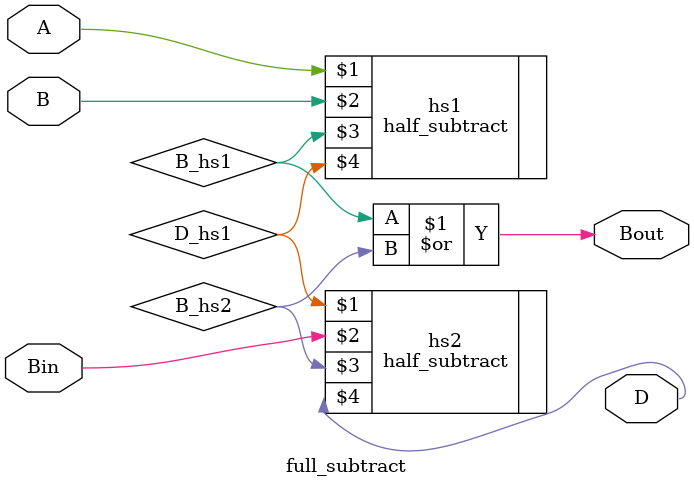
<source format=v>

module full_subtract(
  input wire A,
  input wire B,
  input wire Bin,
  output wire Bout,
  output wire D
);

  wire B_hs1, D_hs1, B_hs2;

  // -------------------------------------------------------
  // 1st half subtract generates interim output B_hs1, D_hs1
  // -------------------------------------------------------
  half_subtract hs1(A, B, B_hs1, D_hs1);

  // -------------------------------------------------------
  // 2nd half subtract generates D, and B_hs2
  // -------------------------------------------------------
  half_subtract hs2(D_hs1, Bin, B_hs2, D);

  // -------------------------------------------------------
  // Finally the OR gate generates Bout from B_hs1 and C_hs2
  // -------------------------------------------------------
  or(Bout, B_hs1, B_hs2);

endmodule

</source>
